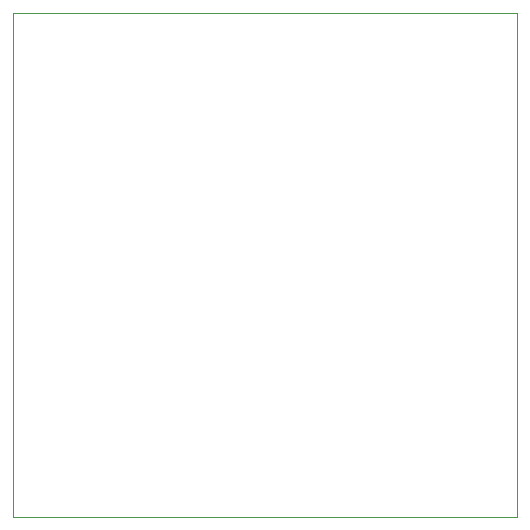
<source format=gbr>
%TF.GenerationSoftware,KiCad,Pcbnew,(6.0.11-0)*%
%TF.CreationDate,2023-04-24T19:25:08-04:00*%
%TF.ProjectId,ClickerController,436c6963-6b65-4724-936f-6e74726f6c6c,rev?*%
%TF.SameCoordinates,Original*%
%TF.FileFunction,Profile,NP*%
%FSLAX46Y46*%
G04 Gerber Fmt 4.6, Leading zero omitted, Abs format (unit mm)*
G04 Created by KiCad (PCBNEW (6.0.11-0)) date 2023-04-24 19:25:08*
%MOMM*%
%LPD*%
G01*
G04 APERTURE LIST*
%TA.AperFunction,Profile*%
%ADD10C,0.100000*%
%TD*%
G04 APERTURE END LIST*
D10*
X131064000Y-57404000D02*
X173736000Y-57404000D01*
X173736000Y-57404000D02*
X173736000Y-100076000D01*
X173736000Y-100076000D02*
X131064000Y-100076000D01*
X131064000Y-100076000D02*
X131064000Y-57404000D01*
M02*

</source>
